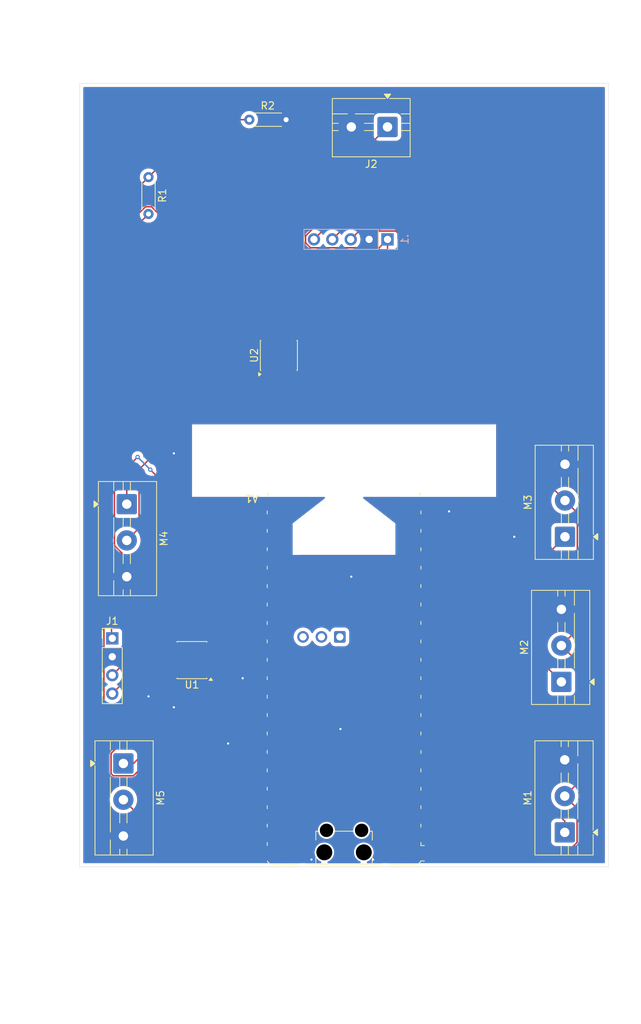
<source format=kicad_pcb>
(kicad_pcb (version 20241229) (generator "pcbnew") (generator_version "9.0")
  (layers (0 "F.Cu" signal) (2 "B.Cu" signal) (13 "F.Paste" user) (15 "B.Paste" user) (5 "F.SilkS" user "F.Silkscreen") (7 "B.SilkS" user "B.Silkscreen") (1 "F.Mask" user) (3 "B.Mask" user) (25 "Edge.Cuts" user))
  (net 0 "")
  (net 4 "GND")
  (net 5 "Net-(.1-Pin_3)")
  (net 6 "Net-(A1-GPIO17)")
  (net 8 "Net-(A1-GPIO20)")
  (net 10 "Net-(A1-GPIO4)")
  (net 13 "Net-(.1-Pin_6)")
  (net 15 "Net-(A1-GPIO19)")
  (net 18 "Net-(.1-Pin_8)")
  (net 21 "Net-(A1-GPIO18)")
  (net 23 "Net-(A1-GPIO16)")
  (net 24 "Net-(A1-GPIO5)")
  (net 26 "Net-(.1-Pin_4)")
  (net 27 "+5V")
  (net 28 "Net-(.1-Pin_5)")
  (net 31 "Net-(.1-Pin_7)")
  (net 35 "Net-(U1-RO)")
  (net 37 "Net-(J1-Pin_3)")
  (net 40 "Net-(J1-Pin_4)")
  (net 42 "Net-(J1-Pin_1)")
  (footprint "Connector_PinHeader_2.54mm:PinHeader_1x04_P2.54mm_Vertical" (layer "F.Cu") (at 213 131.5)
    (property "Reference" "J1" (at 0 -2.38 0) (layer "F.SilkS"))
    (property "Value" "7 in 1 soil sensor 12V")
    (pad "1" thru_hole rect (at 0 0) (size 1.7 1.7) (drill 1) (layers "*.Cu" "*.Mask") (net 42 "Net-(J1-Pin_1)"))
    (pad "2" thru_hole circle (at 0 2.54) (size 1.7 1.7) (drill 1) (layers "*.Cu" "*.Mask") (net 4 "GND"))
    (pad "3" thru_hole circle (at 0 5.08) (size 1.7 1.7) (drill 1) (layers "*.Cu" "*.Mask") (net 37 "Net-(J1-Pin_3)"))
    (pad "4" thru_hole circle (at 0 7.62) (size 1.7 1.7) (drill 1) (layers "*.Cu" "*.Mask") (net 40 "Net-(J1-Pin_4)"))
  )
  (footprint "Package_SO:SOIC-8_3.9x4.9mm_P1.27mm" (layer "F.Cu") (at 236 92.5 90)
    (property "Reference" "U2" (at 0 -3.4 90) (layer "F.SilkS"))
    (property "Value" "L78L05_SO8")
    (pad "1" smd roundrect (at -2.475 -1.905 90) (size 1.95 0.6) (layers "F.Cu" "F.Mask" "F.Paste") (net 27 "+5V"))
    (pad "2" smd roundrect (at -2.475 -0.635 90) (size 1.95 0.6) (layers "F.Cu" "F.Mask" "F.Paste") (net 4 "GND"))
    (pad "3" smd roundrect (at -2.475 0.635 90) (size 1.95 0.6) (layers "F.Cu" "F.Mask" "F.Paste") (net 4 "GND"))
    (pad "4" smd roundrect (at -2.475 1.905 90) (size 1.95 0.6) (layers "F.Cu" "F.Mask" "F.Paste"))
    (pad "5" smd roundrect (at 2.475 1.905 90) (size 1.95 0.6) (layers "F.Cu" "F.Mask" "F.Paste"))
    (pad "6" smd roundrect (at 2.475 0.635 90) (size 1.95 0.6) (layers "F.Cu" "F.Mask" "F.Paste") (net 4 "GND"))
    (pad "7" smd roundrect (at 2.475 -0.635 90) (size 1.95 0.6) (layers "F.Cu" "F.Mask" "F.Paste") (net 4 "GND"))
    (pad "8" smd roundrect (at 2.475 -1.905 90) (size 1.95 0.6) (layers "F.Cu" "F.Mask" "F.Paste") (net 42 "Net-(J1-Pin_1)"))
  )
  (footprint "Resistor_THT:R_Axial_DIN0204_L3.6mm_D1.6mm_P5.08mm_Horizontal" (layer "F.Cu") (at 218 67.92 -90)
    (property "Reference" "R1" (at 2.54 -1.92 90) (layer "F.SilkS"))
    (property "Value" "R")
    (pad "1" thru_hole circle (at 0 0 270) (size 1.4 1.4) (drill 0.7) (layers "*.Cu" "*.Mask") (net 24 "Net-(A1-GPIO5)"))
    (pad "2" thru_hole circle (at 5.08 0 270) (size 1.4 1.4) (drill 0.7) (layers "*.Cu" "*.Mask") (net 35 "Net-(U1-RO)"))
  )
  (footprint "TerminalBlock:TerminalBlock_MaiXu_MX126-5.0-03P_1x03_P5.00mm" (layer "F.Cu") (at 275.4675 158.25 90)
    (property "Reference" "M1" (at 4.75 -5.12 90) (layer "F.SilkS"))
    (property "Value" "Motor_Servo")
    (pad "1" thru_hole roundrect (at 0 0 90) (size 2.8 2.8) (drill 1.3) (layers "*.Cu" "*.Mask") (roundrect_rratio 0.089286) (net 15 "Net-(A1-GPIO19)"))
    (pad "2" thru_hole circle (at 5 0 90) (size 2.8 2.8) (drill 1.3) (layers "*.Cu" "*.Mask") (net 27 "+5V"))
    (pad "3" thru_hole circle (at 10 0 90) (size 2.8 2.8) (drill 1.3) (layers "*.Cu" "*.Mask") (net 4 "GND"))
  )
  (footprint "Module:RaspberryPi_Pico_W_SMD_HandSolder" (layer "F.Cu") (at 245 137 180)
    (property "Reference" "A1" (at 11.7475 24.765 180) (layer "F.SilkS") (effects (justify left)))
    (property "Value" "RaspberryPi_Pico_W")
    (pad "" smd rect (at -8.89 -24.13 180) (size 3.8 2.2) (drill (offset -0.8 0)) (layers "F.Paste"))
    (pad "" smd rect (at -8.89 -21.59 180) (size 3.8 2.2) (drill (offset -0.8 0)) (layers "F.Paste"))
    (pad "" smd rect (at -8.89 -19.05 180) (size 3.8 2.2) (drill (offset -0.8 0)) (layers "F.Paste"))
    (pad "" smd rect (at -8.89 -16.51 180) (size 3.8 2.2) (drill (offset -0.8 0)) (layers "F.Paste"))
    (pad "" smd rect (at -8.89 -13.97 180) (size 3.8 2.2) (drill (offset -0.8 0)) (layers "F.Paste"))
    (pad "" smd rect (at -8.89 -11.43 180) (size 3.8 2.2) (drill (offset -0.8 0)) (layers "F.Paste"))
    (pad "" smd rect (at -8.89 -8.89 180) (size 3.8 2.2) (drill (offset -0.8 0)) (layers "F.Paste"))
    (pad "" smd rect (at -8.89 -6.35 180) (size 3.8 2.2) (drill (offset -0.8 0)) (layers "F.Paste"))
    (pad "" smd rect (at -8.89 -3.81 180) (size 3.8 2.2) (drill (offset -0.8 0)) (layers "F.Paste"))
    (pad "" smd rect (at -8.89 -1.27 180) (size 3.8 2.2) (drill (offset -0.8 0)) (layers "F.Paste"))
    (pad "" smd rect (at -8.89 1.27 180) (size 3.8 2.2) (drill (offset -0.8 0)) (layers "F.Paste"))
    (pad "" smd rect (at -8.89 3.81 180) (size 3.8 2.2) (drill (offset -0.8 0)) (layers "F.Paste"))
    (pad "" smd rect (at -8.89 6.35 180) (size 3.8 2.2) (drill (offset -0.8 0)) (layers "F.Paste"))
    (pad "" smd rect (at -8.89 8.89 180) (size 3.8 2.2) (drill (offset -0.8 0)) (layers "F.Paste"))
    (pad "" smd rect (at -8.89 11.43 180) (size 3.8 2.2) (drill (offset -0.8 0)) (layers "F.Paste"))
    (pad "" smd rect (at -8.89 13.97 180) (size 3.8 2.2) (drill (offset -0.8 0)) (layers "F.Paste"))
    (pad "" smd rect (at -8.89 16.51 180) (size 3.8 2.2) (drill (offset -0.8 0)) (layers "F.Paste"))
    (pad "" smd rect (at -8.89 19.05 180) (size 3.8 2.2) (drill (offset -0.8 0)) (layers "F.Paste"))
    (pad "" smd rect (at -8.89 21.59 180) (size 3.8 2.2) (drill (offset -0.8 0)) (layers "F.Paste"))
    (pad "" smd rect (at -8.89 24.13 180) (size 3.8 2.2) (drill (offset -0.8 0)) (layers "F.Paste"))
    (pad "" np_thru_hole circle (at -2.725 -24 180) (size 2.2 2.2) (drill 2.2) (layers "*.Mask"))
    (pad "" np_thru_hole circle (at -2.425 -20.97 180) (size 1.85 1.85) (drill 1.85) (layers "*.Mask"))
    (pad "" np_thru_hole circle (at 2.425 -20.97 180) (size 1.85 1.85) (drill 1.85) (layers "*.Mask"))
    (pad "" np_thru_hole circle (at 2.725 -24 180) (size 2.2 2.2) (drill 2.2) (layers "*.Mask"))
    (pad "" smd rect (at 8.89 -24.13 180) (size 3.8 2.2) (drill (offset 0.8 0)) (layers "F.Paste"))
    (pad "" smd rect (at 8.89 -21.59 180) (size 3.8 2.2) (drill (offset 0.8 0)) (layers "F.Paste"))
    (pad "" smd rect (at 8.89 -19.05 180) (size 3.8 2.2) (drill (offset 0.8 0)) (layers "F.Paste"))
    (pad "" smd rect (at 8.89 -16.51 180) (size 3.8 2.2) (drill (offset 0.8 0)) (layers "F.Paste"))
    (pad "" smd rect (at 8.89 -13.97 180) (size 3.8 2.2) (drill (offset 0.8 0)) (layers "F.Paste"))
    (pad "" smd rect (at 8.89 -11.43 180) (size 3.8 2.2) (drill (offset 0.8 0)) (layers "F.Paste"))
    (pad "" smd rect (at 8.89 -8.89 180) (size 3.8 2.2) (drill (offset 0.8 0)) (layers "F.Paste"))
    (pad "" smd rect (at 8.89 -6.35 180) (size 3.8 2.2) (drill (offset 0.8 0)) (layers "F.Paste"))
    (pad "" smd rect (at 8.89 -3.81 180) (size 3.8 2.2) (drill (offset 0.8 0)) (layers "F.Paste"))
    (pad "" smd rect (at 8.89 -1.27 180) (size 3.8 2.2) (drill (offset 0.8 0)) (layers "F.Paste"))
    (pad "" smd rect (at 8.89 1.27 180) (size 3.8 2.2) (drill (offset 0.8 0)) (layers "F.Paste"))
    (pad "" smd rect (at 8.89 3.81 180) (size 3.8 2.2) (drill (offset 0.8 0)) (layers "F.Paste"))
    (pad "" smd rect (at 8.89 6.35 180) (size 3.8 2.2) (drill (offset 0.8 0)) (layers "F.Paste"))
    (pad "" smd rect (at 8.89 8.89 180) (size 3.8 2.2) (drill (offset 0.8 0)) (layers "F.Paste"))
    (pad "" smd rect (at 8.89 11.43 180) (size 3.8 2.2) (drill (offset 0.8 0)) (layers "F.Paste"))
    (pad "" smd rect (at 8.89 13.97 180) (size 3.8 2.2) (drill (offset 0.8 0)) (layers "F.Paste"))
    (pad "" smd rect (at 8.89 16.51 180) (size 3.8 2.2) (drill (offset 0.8 0)) (layers "F.Paste"))
    (pad "" smd rect (at 8.89 19.05 180) (size 3.8 2.2) (drill (offset 0.8 0)) (layers "F.Paste"))
    (pad "" smd rect (at 8.89 21.59 180) (size 3.8 2.2) (drill (offset 0.8 0)) (layers "F.Paste"))
    (pad "" smd rect (at 8.89 24.13 180) (size 3.8 2.2) (drill (offset 0.8 0)) (layers "F.Paste"))
    (pad "1" smd custom (at -9.69 -24.13 180) (size 1.6 0.8) (layers "F.Cu" "F.Mask") (options (clearance outline) (anchor rect)) (primitives (gr_circle (center 0.8 0) (end 1.6 0) (width 0) (fill yes)) (gr_poly (pts (xy -1.6 -0.6) (xy -1.6 0.6) (xy -1.4 0.8) (xy 0.8 0.8) (xy 0.8 -0.8) (xy -1.4 -0.8)) (width 0) (fill yes)) (gr_circle (center -1.4 -0.6) (end -1.2 -0.6) (width 0) (fill yes)) (gr_circle (center -1.4 0.6) (end -1.2 0.6) (width 0) (fill yes))))
    (pad "2" smd roundrect (at -9.69 -21.59 180) (size 3.2 1.6) (layers "F.Cu" "F.Mask") (roundrect_rratio 0.5))
    (pad "3" smd custom (at -9.69 -19.05 180) (size 1.6 0.8) (layers "F.Cu" "F.Mask") (net 4 "GND") (options (clearance outline) (anchor rect)) (primitives (gr_circle (center -0.8 0) (end 0 0) (width 0) (fill yes)) (gr_poly (pts (xy 1.6 -0.6) (xy 1.6 0.6) (xy 1.4 0.8) (xy -0.8 0.8) (xy -0.8 -0.8) (xy 1.4 -0.8)) (width 0) (fill yes)) (gr_circle (center 1.4 -0.6) (end 1.6 -0.6) (width 0) (fill yes)) (gr_circle (center 1.4 0.6) (end 1.6 0.6) (width 0) (fill yes))))
    (pad "4" smd roundrect (at -9.69 -16.51 180) (size 3.2 1.6) (layers "F.Cu" "F.Mask") (roundrect_rratio 0.5))
    (pad "5" smd roundrect (at -9.69 -13.97 180) (size 3.2 1.6) (layers "F.Cu" "F.Mask") (roundrect_rratio 0.5))
    (pad "6" smd roundrect (at -9.69 -11.43 180) (size 3.2 1.6) (layers "F.Cu" "F.Mask") (roundrect_rratio 0.5) (net 10 "Net-(A1-GPIO4)"))
    (pad "7" smd roundrect (at -9.69 -8.89 180) (size 3.2 1.6) (layers "F.Cu" "F.Mask") (roundrect_rratio 0.5) (net 24 "Net-(A1-GPIO5)"))
    (pad "8" smd custom (at -9.69 -6.35 180) (size 1.6 0.8) (layers "F.Cu" "F.Mask") (net 4 "GND") (options (clearance outline) (anchor rect)) (primitives (gr_circle (center -0.8 0) (end 0 0) (width 0) (fill yes)) (gr_poly (pts (xy 1.6 -0.6) (xy 1.6 0.6) (xy 1.4 0.8) (xy -0.8 0.8) (xy -0.8 -0.8) (xy 1.4 -0.8)) (width 0) (fill yes)) (gr_circle (center 1.4 -0.6) (end 1.6 -0.6) (width 0) (fill yes)) (gr_circle (center 1.4 0.6) (end 1.6 0.6) (width 0) (fill yes))))
    (pad "9" smd roundrect (at -9.69 -3.81 180) (size 3.2 1.6) (layers "F.Cu" "F.Mask") (roundrect_rratio 0.5))
    (pad "10" smd roundrect (at -9.69 -1.27 180) (size 3.2 1.6) (layers "F.Cu" "F.Mask") (roundrect_rratio 0.5))
    (pad "11" smd roundrect (at -9.69 1.27 180) (size 3.2 1.6) (layers "F.Cu" "F.Mask") (roundrect_rratio 0.5))
    (pad "12" smd roundrect (at -9.69 3.81 180) (size 3.2 1.6) (layers "F.Cu" "F.Mask") (roundrect_rratio 0.5))
    (pad "13" smd custom (at -9.69 6.35 180) (size 1.6 0.8) (layers "F.Cu" "F.Mask") (net 4 "GND") (options (clearance outline) (anchor rect)) (primitives (gr_circle (center -0.8 0) (end 0 0) (width 0) (fill yes)) (gr_poly (pts (xy 1.6 -0.6) (xy 1.6 0.6) (xy 1.4 0.8) (xy -0.8 0.8) (xy -0.8 -0.8) (xy 1.4 -0.8)) (width 0) (fill yes)) (gr_circle (center 1.4 -0.6) (end 1.6 -0.6) (width 0) (fill yes)) (gr_circle (center 1.4 0.6) (end 1.6 0.6) (width 0) (fill yes))))
    (pad "14" smd roundrect (at -9.69 8.89 180) (size 3.2 1.6) (layers "F.Cu" "F.Mask") (roundrect_rratio 0.5) (net 18 "Net-(.1-Pin_8)"))
    (pad "15" smd roundrect (at -9.69 11.43 180) (size 3.2 1.6) (layers "F.Cu" "F.Mask") (roundrect_rratio 0.5) (net 31 "Net-(.1-Pin_7)"))
    (pad "16" smd roundrect (at -9.69 13.97 180) (size 3.2 1.6) (layers "F.Cu" "F.Mask") (roundrect_rratio 0.5) (net 13 "Net-(.1-Pin_6)"))
    (pad "17" smd roundrect (at -9.69 16.51 180) (size 3.2 1.6) (layers "F.Cu" "F.Mask") (roundrect_rratio 0.5) (net 28 "Net-(.1-Pin_5)"))
    (pad "18" smd custom (at -9.69 19.05 180) (size 1.6 0.8) (layers "F.Cu" "F.Mask") (net 4 "GND") (options (clearance outline) (anchor rect)) (primitives (gr_circle (center -0.8 0) (end 0 0) (width 0) (fill yes)) (gr_poly (pts (xy 1.6 -0.6) (xy 1.6 0.6) (xy 1.4 0.8) (xy -0.8 0.8) (xy -0.8 -0.8) (xy 1.4 -0.8)) (width 0) (fill yes)) (gr_circle (center 1.4 -0.6) (end 1.6 -0.6) (width 0) (fill yes)) (gr_circle (center 1.4 0.6) (end 1.6 0.6) (width 0) (fill yes))))
    (pad "19" smd roundrect (at -9.69 21.59 180) (size 3.2 1.6) (layers "F.Cu" "F.Mask") (roundrect_rratio 0.5) (net 26 "Net-(.1-Pin_4)"))
    (pad "20" smd roundrect (at -9.69 24.13 180) (size 3.2 1.6) (layers "F.Cu" "F.Mask") (roundrect_rratio 0.5) (net 5 "Net-(.1-Pin_3)"))
    (pad "21" smd roundrect (at 9.69 24.13 180) (size 3.2 1.6) (layers "F.Cu" "F.Mask") (roundrect_rratio 0.5) (net 23 "Net-(A1-GPIO16)"))
    (pad "22" smd roundrect (at 9.69 21.59 180) (size 3.2 1.6) (layers "F.Cu" "F.Mask") (roundrect_rratio 0.5) (net 6 "Net-(A1-GPIO17)"))
    (pad "23" smd custom (at 9.69 19.05 180) (size 1.6 0.8) (layers "F.Cu" "F.Mask") (net 4 "GND") (options (clearance outline) (anchor rect)) (primitives (gr_circle (center 0.8 0) (end 1.6 0) (width 0) (fill yes)) (gr_poly (pts (xy -1.6 -0.6) (xy -1.6 0.6) (xy -1.4 0.8) (xy 0.8 0.8) (xy 0.8 -0.8) (xy -1.4 -0.8)) (width 0) (fill yes)) (gr_circle (center -1.4 -0.6) (end -1.2 -0.6) (width 0) (fill yes)) (gr_circle (center -1.4 0.6) (end -1.2 0.6) (width 0) (fill yes))))
    (pad "24" smd roundrect (at 9.69 16.51 180) (size 3.2 1.6) (layers "F.Cu" "F.Mask") (roundrect_rratio 0.5) (net 21 "Net-(A1-GPIO18)"))
    (pad "25" smd roundrect (at 9.69 13.97 180) (size 3.2 1.6) (layers "F.Cu" "F.Mask") (roundrect_rratio 0.5) (net 15 "Net-(A1-GPIO19)"))
    (pad "26" smd roundrect (at 9.69 11.43 180) (size 3.2 1.6) (layers "F.Cu" "F.Mask") (roundrect_rratio 0.5) (net 8 "Net-(A1-GPIO20)"))
    (pad "27" smd roundrect (at 9.69 8.89 180) (size 3.2 1.6) (layers "F.Cu" "F.Mask") (roundrect_rratio 0.5))
    (pad "28" smd custom (at 9.69 6.35 180) (size 1.6 0.8) (layers "F.Cu" "F.Mask") (net 4 "GND") (options (clearance outline) (anchor rect)) (primitives (gr_circle (center 0.8 0) (end 1.6 0) (width 0) (fill yes)) (gr_poly (pts (xy -1.6 -0.6) (xy -1.6 0.6) (xy -1.4 0.8) (xy 0.8 0.8) (xy 0.8 -0.8) (xy -1.4 -0.8)) (width 0) (fill yes)) (gr_circle (center -1.4 -0.6) (end -1.2 -0.6) (width 0) (fill yes)) (gr_circle (center -1.4 0.6) (end -1.2 0.6) (width 0) (fill yes))))
    (pad "29" smd roundrect (at 9.69 3.81 180) (size 3.2 1.6) (layers "F.Cu" "F.Mask") (roundrect_rratio 0.5))
    (pad "30" smd roundrect (at 9.69 1.27 180) (size 3.2 1.6) (layers "F.Cu" "F.Mask") (roundrect_rratio 0.5))
    (pad "31" smd roundrect (at 9.69 -1.27 180) (size 3.2 1.6) (layers "F.Cu" "F.Mask") (roundrect_rratio 0.5))
    (pad "32" smd roundrect (at 9.69 -3.81 180) (size 3.2 1.6) (layers "F.Cu" "F.Mask") (roundrect_rratio 0.5))
    (pad "33" smd custom (at 9.69 -6.35 180) (size 1.6 0.8) (layers "F.Cu" "F.Mask") (options (clearance outline) (anchor rect)) (primitives (gr_circle (center 0.8 0) (end 1.6 0) (width 0) (fill yes)) (gr_poly (pts (xy -1.6 -0.6) (xy -1.6 0.6) (xy -1.4 0.8) (xy 0.8 0.8) (xy 0.8 -0.8) (xy -1.4 -0.8)) (width 0) (fill yes)) (gr_circle (center -1.4 -0.6) (end -1.2 -0.6) (width 0) (fill yes)) (gr_circle (center -1.4 0.6) (end -1.2 0.6) (width 0) (fill yes))))
    (pad "34" smd roundrect (at 9.69 -8.89 180) (size 3.2 1.6) (layers "F.Cu" "F.Mask") (roundrect_rratio 0.5))
    (pad "35" smd roundrect (at 9.69 -11.43 180) (size 3.2 1.6) (layers "F.Cu" "F.Mask") (roundrect_rratio 0.5))
    (pad "36" smd roundrect (at 9.69 -13.97 180) (size 3.2 1.6) (layers "F.Cu" "F.Mask") (roundrect_rratio 0.5))
    (pad "37" smd roundrect (at 9.69 -16.51 180) (size 3.2 1.6) (layers "F.Cu" "F.Mask") (roundrect_rratio 0.5))
    (pad "38" smd custom (at 9.69 -19.05 180) (size 1.6 0.8) (layers "F.Cu" "F.Mask") (net 4 "GND") (options (clearance outline) (anchor rect)) (primitives (gr_circle (center 0.8 0) (end 1.6 0) (width 0) (fill yes)) (gr_poly (pts (xy -1.6 -0.6) (xy -1.6 0.6) (xy -1.4 0.8) (xy 0.8 0.8) (xy 0.8 -0.8) (xy -1.4 -0.8)) (width 0) (fill yes)) (gr_circle (center -1.4 -0.6) (end -1.2 -0.6) (width 0) (fill yes)) (gr_circle (center -1.4 0.6) (end -1.2 0.6) (width 0) (fill yes))))
    (pad "39" smd roundrect (at 9.69 -21.59 180) (size 3.2 1.6) (layers "F.Cu" "F.Mask") (roundrect_rratio 0.5) (net 27 "+5V"))
    (pad "40" smd roundrect (at 9.69 -24.13 180) (size 3.2 1.6) (layers "F.Cu" "F.Mask") (roundrect_rratio 0.5))
    (pad "D1" thru_hole roundrect (at 0.5841 5.7 180) (size 1.6 1.6) (drill 1) (layers "*.Cu" "*.Mask") (roundrect_rratio 0.125))
    (pad "D2" thru_hole circle (at 3.1241 5.7 180) (size 1.6 1.6) (drill 1) (layers "*.Cu" "*.Mask"))
    (pad "D3" thru_hole circle (at 5.6641 5.7 180) (size 1.6 1.6) (drill 1) (layers "*.Cu" "*.Mask"))
    (zone (net 0) (net_name "") (layers "F.Cu" "B.Cu" "F.Paste" "B.Paste") (name "RF Copper Keep Out") (connect_pads (clearance 0)) (min_thickness 0.254)
      (keepout (tracks not_allowed) (vias not_allowed) (pads not_allowed) (copperpour not_allowed) (footprints not_allowed))
      (fill (thermal_gap 0.508) (thermal_bridge_width 0.508))
      (polygon (pts (xy 266 112) (xy 224 112) (xy 224 102) (xy 266 102)))
    )
    (zone (net 0) (net_name "") (layers "F.Cu" "B.Cu" "F.Paste" "B.Paste") (name "Antenna Copper Keep Out") (connect_pads (clearance 0)) (min_thickness 0.254)
      (keepout (tracks not_allowed) (vias not_allowed) (pads not_allowed) (copperpour not_allowed) (footprints not_allowed))
      (fill (thermal_gap 0.508) (thermal_bridge_width 0.508))
      (polygon (pts (xy 247.4 112.010105) (xy 252.1 115.660105) (xy 252.1 120) (xy 237.9 120) (xy 237.9 115.660105) (xy 242.6 112.010105) (xy 242.6 112) (xy 247.4 112)))
    )
    (zone (net 0) (net_name "") (layers "F.Cu" "F.Paste") (name "Pad Keep Out TP2") (connect_pads (clearance 0)) (min_thickness 0.25)
      (keepout (tracks not_allowed) (vias not_allowed) (pads not_allowed) (copperpour not_allowed) (footprints allowed))
      (fill (thermal_gap 0.5) (thermal_bridge_width 0.5))
      (polygon (pts (xy 244 160.335) (xy 243.55 160.335) (xy 243.484455 160.337139) (xy 243.357833 160.371067) (xy 243.244306 160.436612) (xy 243.151612 160.529306) (xy 243.086067 160.642833) (xy 243.052139 160.769455) (xy 243.05 160.835) (xy 243.05 161.735) (xy 243.052139 161.800545) (xy 243.086067 161.927167) (xy 243.151612 162.040694) (xy 243.244306 162.133388) (xy 243.357833 162.198933) (xy 243.484455 162.232861) (xy 243.55 162.235) (xy 244 162.235)))
    )
    (zone (net 0) (net_name "") (layers "F.Cu" "F.Paste") (name "Pad Keep Out TP2") (connect_pads (clearance 0)) (min_thickness 0.25)
      (keepout (tracks not_allowed) (vias not_allowed) (pads not_allowed) (copperpour not_allowed) (footprints allowed))
      (fill (thermal_gap 0.5) (thermal_bridge_width 0.5))
      (polygon (pts (xy 244.947861 161.800545) (xy 244.913932 161.927167) (xy 244.848388 162.040694) (xy 244.755694 162.133388) (xy 244.642167 162.198932) (xy 244.515545 162.232861) (xy 244.45 162.235) (xy 244 162.235) (xy 244 160.335) (xy 244.45 160.335) (xy 244.515545 160.337139) (xy 244.642167 160.371068) (xy 244.755694 160.436612) (xy 244.848388 160.529306) (xy 244.913932 160.642833) (xy 244.947861 160.769455) (xy 244.95 160.835) (xy 244.95 161.735)))
    )
    (zone (net 0) (net_name "") (layers "F.Cu" "F.Paste") (name "Pad Keep Out TP1") (connect_pads (clearance 0)) (min_thickness 0.25)
      (keepout (tracks not_allowed) (vias not_allowed) (pads not_allowed) (copperpour not_allowed) (footprints allowed))
      (fill (thermal_gap 0.5) (thermal_bridge_width 0.5))
      (polygon (pts (xy 245 157.05) (xy 244.55 157.05) (xy 244.484455 157.052139) (xy 244.357833 157.086067) (xy 244.244306 157.151612) (xy 244.151612 157.244306) (xy 244.086067 157.357833) (xy 244.052139 157.484455) (xy 244.05 157.55) (xy 244.05 158.45) (xy 244.052139 158.515545) (xy 244.086067 158.642167) (xy 244.151612 158.755694) (xy 244.244306 158.848388) (xy 244.357833 158.913933) (xy 244.484455 158.947861) (xy 244.55 158.95) (xy 245 158.95)))
    )
    (zone (net 0) (net_name "") (layers "F.Cu" "F.Paste") (name "Pad Keep Out TP1") (connect_pads (clearance 0)) (min_thickness 0.25)
      (keepout (tracks not_allowed) (vias not_allowed) (pads not_allowed) (copperpour not_allowed) (footprints allowed))
      (fill (thermal_gap 0.5) (thermal_bridge_width 0.5))
      (polygon (pts (xy 245.947861 158.515545) (xy 245.913932 158.642167) (xy 245.848388 158.755694) (xy 245.755694 158.848388) (xy 245.642167 158.913932) (xy 245.515545 158.947861) (xy 245.45 158.95) (xy 245 158.95) (xy 245 157.05) (xy 245.45 157.05) (xy 245.515545 157.052139) (xy 245.642167 157.086068) (xy 245.755694 157.151612) (xy 245.848388 157.244306) (xy 245.913932 157.357833) (xy 245.947861 157.484455) (xy 245.95 157.55) (xy 245.95 158.45)))
    )
    (zone (net 0) (net_name "") (layers "F.Cu" "F.Paste") (name "Pad Keep Out TP3") (connect_pads (clearance 0)) (min_thickness 0.25)
      (keepout (tracks not_allowed) (vias not_allowed) (pads not_allowed) (copperpour not_allowed) (footprints allowed))
      (fill (thermal_gap 0.5) (thermal_bridge_width 0.5))
      (polygon (pts (xy 246 160.35) (xy 245.55 160.35) (xy 245.484455 160.352139) (xy 245.357833 160.386067) (xy 245.244306 160.451612) (xy 245.151612 160.544306) (xy 245.086067 160.657833) (xy 245.052139 160.784455) (xy 245.05 160.85) (xy 245.05 161.75) (xy 245.052139 161.815545) (xy 245.086067 161.942167) (xy 245.151612 162.055694) (xy 245.244306 162.148388) (xy 245.357833 162.213933) (xy 245.484455 162.247861) (xy 245.55 162.25) (xy 246 162.25)))
    )
    (zone (net 0) (net_name "") (layers "F.Cu" "F.Paste") (name "Pad Keep Out TP4") (connect_pads (clearance 0)) (min_thickness 0.25)
      (keepout (tracks not_allowed) (vias not_allowed) (pads not_allowed) (copperpour not_allowed) (footprints allowed))
      (fill (thermal_gap 0.5) (thermal_bridge_width 0.5))
      (polygon (pts (xy 246.55 151.25) (xy 246.55 154.95) (xy 246.552139 155.015545) (xy 246.586067 155.142167) (xy 246.651612 155.255694) (xy 246.744306 155.348388) (xy 246.857833 155.413933) (xy 246.984455 155.447861) (xy 247.05 155.45) (xy 247.95 155.45) (xy 248.015545 155.447861) (xy 248.142167 155.413933) (xy 248.255694 155.348388) (xy 248.348388 155.255694) (xy 248.413933 155.142167) (xy 248.447861 155.015545) (xy 248.45 154.95) (xy 248.45 151.25)))
    )
    (zone (net 0) (net_name "") (layers "F.Cu" "F.Paste") (name "Pad Keep Out TP3") (connect_pads (clearance 0)) (min_thickness 0.25)
      (keepout (tracks not_allowed) (vias not_allowed) (pads not_allowed) (copperpour not_allowed) (footprints allowed))
      (fill (thermal_gap 0.5) (thermal_bridge_width 0.5))
      (polygon (pts (xy 246.947861 161.815545) (xy 246.913932 161.942167) (xy 246.848388 162.055694) (xy 246.755694 162.148388) (xy 246.642167 162.213932) (xy 246.515545 162.247861) (xy 246.45 162.25) (xy 246 162.25) (xy 246 160.35) (xy 246.45 160.35) (xy 246.515545 160.352139) (xy 246.642167 160.386068) (xy 246.755694 160.451612) (xy 246.848388 160.544306) (xy 246.913932 160.657833) (xy 246.947861 160.784455) (xy 246.95 160.85) (xy 246.95 161.75)))
    )
    (zone (net 0) (net_name "") (layers "F.Cu" "F.Paste") (name "Pad Keep Out TP6") (connect_pads (clearance 0)) (min_thickness 0.25)
      (keepout (tracks not_allowed) (vias not_allowed) (pads not_allowed) (copperpour not_allowed) (footprints allowed))
      (fill (thermal_gap 0.5) (thermal_bridge_width 0.5))
      (polygon (pts (xy 248.015545 147.052139) (xy 248.142167 147.086068) (xy 248.255694 147.151612) (xy 248.348388 147.244306) (xy 248.413932 147.357833) (xy 248.447861 147.484455) (xy 248.45 147.55) (xy 248.45 151.25) (xy 246.55 151.25) (xy 246.55 147.55) (xy 246.552139 147.484455) (xy 246.586068 147.357833) (xy 246.651612 147.244306) (xy 246.744306 147.151612) (xy 246.857833 147.086068) (xy 246.984455 147.052139) (xy 247.05 147.05) (xy 247.95 147.05)))
    )
  )
  (footprint "Resistor_THT:R_Axial_DIN0204_L3.6mm_D1.6mm_P5.08mm_Horizontal" (layer "F.Cu") (at 231.92 60)
    (property "Reference" "R2" (at 2.54 -1.92 0) (layer "F.SilkS"))
    (property "Value" "R")
    (pad "1" thru_hole circle (at 0 0) (size 1.4 1.4) (drill 0.7) (layers "*.Cu" "*.Mask") (net 24 "Net-(A1-GPIO5)"))
    (pad "2" thru_hole circle (at 5.08 0) (size 1.4 1.4) (drill 0.7) (layers "*.Cu" "*.Mask") (net 4 "GND"))
  )
  (footprint "TerminalBlock:TerminalBlock_MaiXu_MX126-5.0-02P_1x02_P5.00mm" (layer "F.Cu") (at 251 61 180)
    (property "Reference" "J2" (at 2.25 -5.12 0) (layer "F.SilkS"))
    (property "Value" "Conn_01x02_Socket")
    (pad "1" thru_hole roundrect (at 0 0 180) (size 2.8 2.8) (drill 1.3) (layers "*.Cu" "*.Mask") (roundrect_rratio 0.089286) (net 42 "Net-(J1-Pin_1)"))
    (pad "2" thru_hole circle (at 5 0 180) (size 2.8 2.8) (drill 1.3) (layers "*.Cu" "*.Mask") (net 4 "GND"))
  )
  (footprint "TerminalBlock:TerminalBlock_MaiXu_MX126-5.0-03P_1x03_P5.00mm" (layer "F.Cu") (at 214.5325 148.75 -90)
    (property "Reference" "M5" (at 4.75 -5.12 90) (layer "F.SilkS"))
    (property "Value" "Motor_Servo")
    (pad "1" thru_hole roundrect (at 0 0 270) (size 2.8 2.8) (drill 1.3) (layers "*.Cu" "*.Mask") (roundrect_rratio 0.089286) (net 21 "Net-(A1-GPIO18)"))
    (pad "2" thru_hole circle (at 5 0 270) (size 2.8 2.8) (drill 1.3) (layers "*.Cu" "*.Mask") (net 27 "+5V"))
    (pad "3" thru_hole circle (at 10 0 270) (size 2.8 2.8) (drill 1.3) (layers "*.Cu" "*.Mask") (net 4 "GND"))
  )
  (footprint "TerminalBlock:TerminalBlock_MaiXu_MX126-5.0-03P_1x03_P5.00mm" (layer "F.Cu") (at 275.5 117.5 90)
    (property "Reference" "M3" (at 4.75 -5.12 90) (layer "F.SilkS"))
    (property "Value" "Motor_Servo")
    (pad "1" thru_hole roundrect (at 0 0 90) (size 2.8 2.8) (drill 1.3) (layers "*.Cu" "*.Mask") (roundrect_rratio 0.089286) (net 23 "Net-(A1-GPIO16)"))
    (pad "2" thru_hole circle (at 5 0 90) (size 2.8 2.8) (drill 1.3) (layers "*.Cu" "*.Mask") (net 27 "+5V"))
    (pad "3" thru_hole circle (at 10 0 90) (size 2.8 2.8) (drill 1.3) (layers "*.Cu" "*.Mask") (net 4 "GND"))
  )
  (footprint "TerminalBlock:TerminalBlock_MaiXu_MX126-5.0-03P_1x03_P5.00mm" (layer "F.Cu") (at 215 113 -90)
    (property "Reference" "M4" (at 4.75 -5.12 90) (layer "F.SilkS"))
    (property "Value" "Motor_Servo")
    (pad "1" thru_hole roundrect (at 0 0 270) (size 2.8 2.8) (drill 1.3) (layers "*.Cu" "*.Mask") (roundrect_rratio 0.089286) (net 6 "Net-(A1-GPIO17)"))
    (pad "2" thru_hole circle (at 5 0 270) (size 2.8 2.8) (drill 1.3) (layers "*.Cu" "*.Mask") (net 27 "+5V"))
    (pad "3" thru_hole circle (at 10 0 270) (size 2.8 2.8) (drill 1.3) (layers "*.Cu" "*.Mask") (net 4 "GND"))
  )
  (footprint "TerminalBlock:TerminalBlock_MaiXu_MX126-5.0-03P_1x03_P5.00mm" (layer "F.Cu") (at 275 137.5 90)
    (property "Reference" "M2" (at 4.75 -5.12 90) (layer "F.SilkS"))
    (property "Value" "Motor_Servo")
    (pad "1" thru_hole roundrect (at 0 0 90) (size 2.8 2.8) (drill 1.3) (layers "*.Cu" "*.Mask") (roundrect_rratio 0.089286) (net 8 "Net-(A1-GPIO20)"))
    (pad "2" thru_hole circle (at 5 0 90) (size 2.8 2.8) (drill 1.3) (layers "*.Cu" "*.Mask") (net 27 "+5V"))
    (pad "3" thru_hole circle (at 10 0 90) (size 2.8 2.8) (drill 1.3) (layers "*.Cu" "*.Mask") (net 4 "GND"))
  )
  (footprint "Package_SO:SOIC-8_3.9x4.9mm_P1.27mm" (layer "F.Cu") (at 224 134.5 180)
    (property "Reference" "U1" (at 0 -3.4 0) (layer "F.SilkS"))
    (property "Value" "MAX485E")
    (pad "1" smd roundrect (at -2.475 -1.905 180) (size 1.95 0.6) (layers "F.Cu" "F.Mask" "F.Paste") (net 35 "Net-(U1-RO)"))
    (pad "2" smd roundrect (at -2.475 -0.635 180) (size 1.95 0.6) (layers "F.Cu" "F.Mask" "F.Paste") (net 10 "Net-(A1-GPIO4)"))
    (pad "3" smd roundrect (at -2.475 0.635 180) (size 1.95 0.6) (layers "F.Cu" "F.Mask" "F.Paste") (net 10 "Net-(A1-GPIO4)"))
    (pad "4" smd roundrect (at -2.475 1.905 180) (size 1.95 0.6) (layers "F.Cu" "F.Mask" "F.Paste"))
    (pad "5" smd roundrect (at 2.475 1.905 180) (size 1.95 0.6) (layers "F.Cu" "F.Mask" "F.Paste"))
    (pad "6" smd roundrect (at 2.475 0.635 180) (size 1.95 0.6) (layers "F.Cu" "F.Mask" "F.Paste") (net 37 "Net-(J1-Pin_3)"))
    (pad "7" smd roundrect (at 2.475 -0.635 180) (size 1.95 0.6) (layers "F.Cu" "F.Mask" "F.Paste") (net 40 "Net-(J1-Pin_4)"))
    (pad "8" smd roundrect (at 2.475 -1.905 180) (size 1.95 0.6) (layers "F.Cu" "F.Mask" "F.Paste"))
  )
  (footprint "Connector_PinHeader_2.54mm:PinHeader_1x05_P2.54mm_Vertical" (layer "B.Cu") (at 251 76.5 90)
    (property "Reference" ".1" (at 0 2.38 90) (layer "B.SilkS") (effects (justify mirror)))
    (property "Value" "TFT module with 5 pins")
    (pad "1" thru_hole rect (at 0 0 90) (size 1.7 1.7) (drill 1) (layers "*.Cu" "*.Mask") (net 27 "+5V"))
    (pad "2" thru_hole circle (at 0 -2.54 90) (size 1.7 1.7) (drill 1) (layers "*.Cu" "*.Mask") (net 4 "GND"))
    (pad "3" thru_hole circle (at 0 -5.08 90) (size 1.7 1.7) (drill 1) (layers "*.Cu" "*.Mask") (net 5 "Net-(.1-Pin_3)"))
    (pad "4" thru_hole circle (at 0 -7.62 90) (size 1.7 1.7) (drill 1) (layers "*.Cu" "*.Mask") (net 26 "Net-(.1-Pin_4)"))
    (pad "5" thru_hole circle (at 0 -10.16 90) (size 1.7 1.7) (drill 1) (layers "*.Cu" "*.Mask") (net 28 "Net-(.1-Pin_5)"))
  )
  (gr_rect (start 208.5 55) (end 281.5 163) (stroke (width 0.05)) (fill no) (layer "Edge.Cuts"))
  (via (at 242.5 161) (size 0.6) (drill 0.3) (layers "F.Cu" "B.Cu") (net 0))
  (via (at 259.5 114) (size 0.6) (drill 0.3) (layers "F.Cu" "B.Cu") (net 4))
  (via (at 246 123) (size 0.6) (drill 0.3) (layers "F.Cu" "B.Cu") (net 4))
  (via (at 244.5 144) (size 0.6) (drill 0.3) (layers "F.Cu" "B.Cu") (net 4))
  (via (at 229 146) (size 0.6) (drill 0.3) (layers "F.Cu" "B.Cu") (net 4))
  (via (at 240.5 162) (size 0.6) (drill 0.3) (layers "F.Cu" "B.Cu") (net 4))
  (via (at 231 137) (size 0.6) (drill 0.3) (layers "F.Cu" "B.Cu") (net 4))
  (via (at 268.5 117.5) (size 0.6) (drill 0.3) (layers "F.Cu" "B.Cu") (net 4))
  (via (at 221.5 106) (size 0.6) (drill 0.3) (layers "F.Cu" "B.Cu") (net 4))
  (via (at 218 139.5) (size 0.6) (drill 0.3) (layers "F.Cu" "B.Cu") (net 4))
  (via (at 221.5 141) (size 0.6) (drill 0.3) (layers "F.Cu" "B.Cu") (net 4))
  (via (at 249 162) (size 0.6) (drill 0.3) (layers "F.Cu" "B.Cu") (net 4))
  (segment (start 252.151 75.349) (end 266.101 89.299) (width 0.2) (layer "F.Cu") (net 5))
  (segment (start 245.92 76.5) (end 247.071 75.349) (width 0.2) (layer "F.Cu") (net 5))
  (segment (start 266.101 89.299) (end 266.101 112.041836) (width 0.2) (layer "F.Cu") (net 5))
  (segment (start 265.272836 112.87) (end 254.69 112.87) (width 0.2) (layer "F.Cu") (net 5))
  (segment (start 266.101 112.041836) (end 265.272836 112.87) (width 0.2) (layer "F.Cu") (net 5))
  (segment (start 247.071 75.349) (end 252.151 75.349) (width 0.2) (layer "F.Cu") (net 5))
  (segment (start 225.41 115.41) (end 235.31 115.41) (width 0.2) (layer "F.Cu") (net 6))
  (segment (start 215 113) (end 215 108) (width 0.2) (layer "F.Cu") (net 6))
  (segment (start 218.25 108.25) (end 225.41 115.41) (width 0.2) (layer "F.Cu") (net 6))
  (segment (start 215 108) (end 216.5 106.5) (width 0.2) (layer "F.Cu") (net 6))
  (via (at 218.25 108.25) (size 0.6) (drill 0.3) (layers "F.Cu" "B.Cu") (net 6))
  (via (at 216.5 106.5) (size 0.6) (drill 0.3) (layers "F.Cu" "B.Cu") (net 6))
  (segment (start 218.5 108.5) (end 218.25 108.25) (width 0.2) (layer "B.Cu") (net 6))
  (segment (start 216.5 106.5) (end 218.5 108.5) (width 0.2) (layer "B.Cu") (net 6))
  (segment (start 236.411 124.469) (end 235.31 125.57) (width 0.2) (layer "F.Cu") (net 8))
  (segment (start 275 137.5) (end 261.969 124.469) (width 0.2) (layer "F.Cu") (net 8))
  (segment (start 261.969 124.469) (end 236.411 124.469) (width 0.2) (layer "F.Cu") (net 8))
  (segment (start 212.8315 150.13516) (end 212.8315 147.36484) (width 0.2) (layer "F.Cu") (net 10))
  (segment (start 226.65966 139.709) (end 215.91766 150.451) (width 0.2) (layer "F.Cu") (net 10))
  (segment (start 226.33134 133.865) (end 226.475 133.865) (width 0.2) (layer "F.Cu") (net 10))
  (segment (start 213.14734 150.451) (end 212.8315 150.13516) (width 0.2) (layer "F.Cu") (net 10))
  (segment (start 212.8315 147.36484) (end 226.33134 133.865) (width 0.2) (layer "F.Cu") (net 10))
  (segment (start 245.969 139.709) (end 226.65966 139.709) (width 0.2) (layer "F.Cu") (net 10))
  (segment (start 215.91766 150.451) (end 213.14734 150.451) (width 0.2) (layer "F.Cu") (net 10))
  (segment (start 254.69 148.43) (end 245.969 139.709) (width 0.2) (layer "F.Cu") (net 10))
  (segment (start 226.475 133.865) (end 226.475 135.135) (width 0.2) (layer "F.Cu") (net 10))
  (segment (start 242.801 126.671) (end 234.05395 126.671) (width 0.2) (layer "F.Cu") (net 15))
  (segment (start 233.409 124.931) (end 235.31 123.03) (width 0.2) (layer "F.Cu") (net 15))
  (segment (start 275.4675 158.25) (end 275.4675 156.69045) (width 0.2) (layer "F.Cu") (net 15))
  (segment (start 253.13 137) (end 242.801 126.671) (width 0.2) (layer "F.Cu") (net 15))
  (segment (start 255.77705 137) (end 253.13 137) (width 0.2) (layer "F.Cu") (net 15))
  (segment (start 275.4675 156.69045) (end 255.77705 137) (width 0.2) (layer "F.Cu") (net 15))
  (segment (start 233.409 126.02605) (end 233.409 124.931) (width 0.2) (layer "F.Cu") (net 15))
  (segment (start 234.05395 126.671) (end 233.409 126.02605) (width 0.2) (layer "F.Cu") (net 15))
  (segment (start 233.008 122.792) (end 235.31 120.49) (width 0.2) (layer "F.Cu") (net 21))
  (segment (start 214.5325 148.75) (end 215.932499 148.75) (width 0.2) (layer "F.Cu") (net 21))
  (segment (start 233.008 131.674499) (end 233.008 122.792) (width 0.2) (layer "F.Cu") (net 21))
  (segment (start 215.932499 148.75) (end 233.008 131.674499) (width 0.2) (layer "F.Cu") (net 21))
  (segment (start 237.799 120.041836) (end 237.799 115.359) (width 0.2) (layer "F.Cu") (net 23))
  (segment (start 237.799 115.359) (end 235.31 112.87) (width 0.2) (layer "F.Cu") (net 23))
  (segment (start 239.348164 121.591) (end 237.799 120.041836) (width 0.2) (layer "F.Cu") (net 23))
  (segment (start 275.5 117.5) (end 271.409 121.591) (width 0.2) (layer "F.Cu") (net 23))
  (segment (start 271.409 121.591) (end 239.348164 121.591) (width 0.2) (layer "F.Cu") (net 23))
  (segment (start 256.591 147.791) (end 256.591 149.409) (width 0.2) (layer "F.Cu") (net 24))
  (segment (start 211.849 74.071) (end 218 67.92) (width 0.2) (layer "F.Cu") (net 24))
  (segment (start 251.115918 149.869) (end 248.195918 146.949) (width 0.2) (layer "F.Cu") (net 24))
  (segment (start 248.195918 146.949) (end 239.48605 146.949) (width 0.2) (layer "F.Cu") (net 24))
  (segment (start 236.56605 149.869) (end 234.05395 149.869) (width 0.2) (layer "F.Cu") (net 24))
  (segment (start 239.48605 146.949) (end 236.56605 149.869) (width 0.2) (layer "F.Cu") (net 24))
  (segment (start 233.07095 150.852) (end 211.953 150.852) (width 0.2) (layer "F.Cu") (net 24))
  (segment (start 256.131 149.869) (end 251.115918 149.869) (width 0.2) (layer "F.Cu") (net 24))
  (segment (start 256.591 149.409) (end 256.131 149.869) (width 0.2) (layer "F.Cu") (net 24))
  (segment (start 231.92 60) (end 225.92 60) (width 0.2) (layer "F.Cu") (net 24))
  (segment (start 254.69 145.89) (end 256.591 147.791) (width 0.2) (layer "F.Cu") (net 24))
  (segment (start 225.92 60) (end 218 67.92) (width 0.2) (layer "F.Cu") (net 24))
  (segment (start 234.05395 149.869) (end 233.07095 150.852) (width 0.2) (layer "F.Cu") (net 24))
  (segment (start 211.849 150.748) (end 211.849 74.071) (width 0.2) (layer "F.Cu") (net 24))
  (segment (start 211.953 150.852) (end 211.849 150.748) (width 0.2) (layer "F.Cu") (net 24))
  (segment (start 266.502 112.207936) (end 263.299936 115.41) (width 0.2) (layer "F.Cu") (net 26))
  (segment (start 244.932 74.948) (end 252.3171 74.948) (width 0.2) (layer "F.Cu") (net 26))
  (segment (start 252.3171 74.948) (end 266.502 89.1329) (width 0.2) (layer "F.Cu") (net 26))
  (segment (start 266.502 89.1329) (end 266.502 112.207936) (width 0.2) (layer "F.Cu") (net 26))
  (segment (start 243.38 76.5) (end 244.932 74.948) (width 0.2) (layer "F.Cu") (net 26))
  (segment (start 263.299936 115.41) (end 254.69 115.41) (width 0.2) (layer "F.Cu") (net 26))
  (segment (start 274.40466 162.399) (end 251.176024 162.399) (width 0.2) (layer "F.Cu") (net 27))
  (segment (start 277.1685 154.951) (end 277.1685 159.63516) (width 0.2) (layer "F.Cu") (net 27))
  (segment (start 216.701 116.299) (end 215 118) (width 0.2) (layer "F.Cu") (net 27))
  (segment (start 277.201 130.299) (end 275 132.5) (width 0.2) (layer "F.Cu") (net 27))
  (segment (start 216.701 108.21284) (end 216.701 116.299) (width 0.2) (layer "F.Cu") (net 27))
  (segment (start 267.304 88.8007) (end 252.6493 74.146) (width 0.2) (layer "F.Cu") (net 27))
  (segment (start 236.046968 93.5) (end 234.595001 93.5) (width 0.2) (layer "F.Cu") (net 27))
  (segment (start 277.1685 134.6685) (end 277.1685 151.549) (width 0.2) (layer "F.Cu") (net 27))
  (segment (start 248.326024 159.549) (end 236.269 159.549) (width 0.2) (layer "F.Cu") (net 27))
  (segment (start 277.201 114.201) (end 277.201 130.299) (width 0.2) (layer "F.Cu") (net 27))
  (segment (start 229.93884 94.975) (end 216.701 108.21284) (width 0.2) (layer "F.Cu") (net 27))
  (segment (start 239.689 76.02324) (end 239.689 76.97676) (width 0.2) (layer "F.Cu") (net 27))
  (segment (start 249.849 77.651) (end 251 76.5) (width 0.2) (layer "F.Cu") (net 27))
  (segment (start 234.595001 93.5) (end 234.095 94.000001) (width 0.2) (layer "F.Cu") (net 27))
  (segment (start 267.304 104.304) (end 267.304 88.8007) (width 0.2) (layer "F.Cu") (net 27))
  (segment (start 277.1685 159.63516) (end 274.40466 162.399) (width 0.2) (layer "F.Cu") (net 27))
  (segment (start 239.689 76.97676) (end 240.36324 77.651) (width 0.2) (layer "F.Cu") (net 27))
  (segment (start 214.5325 153.75) (end 219.3725 158.59) (width 0.2) (layer "F.Cu") (net 27))
  (segment (start 275.4675 153.25) (end 277.1685 154.951) (width 0.2) (layer "F.Cu") (net 27))
  (segment (start 236.269 159.549) (end 235.31 158.59) (width 0.2) (layer "F.Cu") (net 27))
  (segment (start 277.1685 151.549) (end 275.4675 153.25) (width 0.2) (layer "F.Cu") (net 27))
  (segment (start 275 132.5) (end 277.1685 134.6685) (width 0.2) (layer "F.Cu") (net 27))
  (segment (start 219.3725 158.59) (end 235.31 158.59) (width 0.2) (layer "F.Cu") (net 27))
  (segment (start 275.5 112.5) (end 277.201 114.201) (width 0.2) (layer "F.Cu") (net 27))
  (segment (start 241.56624 74.146) (end 239.689 76.02324) (width 0.2) (layer "F.Cu") (net 27))
  (segment (start 251 76.5) (end 251 78.546968) (width 0.2) (layer "F.Cu") (net 27))
  (segment (start 252.6493 74.146) (end 241.56624 74.146) (width 0.2) (layer "F.Cu") (net 27))
  (segment (start 251 78.546968) (end 236.046968 93.5) (width 0.2) (layer "F.Cu") (net 27))
  (segment (start 234.095 94.975) (end 229.93884 94.975) (width 0.2) (layer "F.Cu") (net 27))
  (segment (start 251.176024 162.399) (end 248.326024 159.549) (width 0.2) (layer "F.Cu") (net 27))
  (segment (start 275.5 112.5) (end 267.304 104.304) (width 0.2) (layer "F.Cu") (net 27))
  (segment (start 234.095 94.000001) (end 234.095 94.975) (width 0.2) (layer "F.Cu") (net 27))
  (segment (start 240.36324 77.651) (end 249.849 77.651) (width 0.2) (layer "F.Cu") (net 27))
  (segment (start 258.787036 120.49) (end 254.69 120.49) (width 0.2) (layer "F.Cu") (net 28))
  (segment (start 252.4832 74.547) (end 266.903 88.9668) (width 0.2) (layer "F.Cu") (net 28))
  (segment (start 242.793 74.547) (end 252.4832 74.547) (width 0.2) (layer "F.Cu") (net 28))
  (segment (start 266.903 88.9668) (end 266.903 112.374036) (width 0.2) (layer "F.Cu") (net 28))
  (segment (start 266.903 112.374036) (end 258.787036 120.49) (width 0.2) (layer "F.Cu") (net 28))
  (segment (start 240.84 76.5) (end 242.793 74.547) (width 0.2) (layer "F.Cu") (net 28))
  (segment (start 226.341844 131.747422) (end 213.299 118.704578) (width 0.2) (layer "F.Cu") (net 35))
  (segment (start 213.299 77.701) (end 218 73) (width 0.2) (layer "F.Cu") (net 35))
  (segment (start 226.475 136.405) (end 227.449999 136.405) (width 0.2) (layer "F.Cu") (net 35))
  (segment (start 227.751 136.103999) (end 227.751 131.747422) (width 0.2) (layer "F.Cu") (net 35))
  (segment (start 213.299 118.704578) (end 213.299 77.701) (width 0.2) (layer "F.Cu") (net 35))
  (segment (start 227.449999 136.405) (end 227.751 136.103999) (width 0.2) (layer "F.Cu") (net 35))
  (segment (start 227.751 131.747422) (end 226.341844 131.747422) (width 0.2) (layer "F.Cu") (net 35))
  (segment (start 215.715 133.865) (end 213 136.58) (width 0.2) (layer "F.Cu") (net 37))
  (segment (start 221.525 133.865) (end 215.715 133.865) (width 0.2) (layer "F.Cu") (net 37))
  (segment (start 221.525 135.135) (end 216.985 135.135) (width 0.2) (layer "F.Cu") (net 40))
  (segment (start 216.985 135.135) (end 213 139.12) (width 0.2) (layer "F.Cu") (net 40))
  (segment (start 234.095 87.679372) (end 234.095 90.025) (width 0.2) (layer "F.Cu") (net 42))
  (segment (start 212.898 131.398) (end 212.898 76.686372) (width 0.2) (layer "F.Cu") (net 42))
  (segment (start 234.095 77.905) (end 234.095 90.025) (width 0.2) (layer "F.Cu") (net 42))
  (segment (start 212.898 76.686372) (end 217.585372 71.999) (width 0.2) (layer "F.Cu") (net 42))
  (segment (start 217.585372 71.999) (end 218.414628 71.999) (width 0.2) (layer "F.Cu") (net 42))
  (segment (start 251 61) (end 234.095 77.905) (width 0.2) (layer "F.Cu") (net 42))
  (segment (start 218.414628 71.999) (end 234.095 87.679372) (width 0.2) (layer "F.Cu") (net 42))
  (segment (start 213 131.5) (end 212.898 131.398) (width 0.2) (layer "F.Cu") (net 42))
  (zone (net 4) (net_name "GND") (layers "F.Cu" "B.Cu") (connect_pads yes (clearance 0.5)) (min_thickness 0.25) (fill yes (thermal_gap 0.5) (thermal_bridge_width 0.5))
    (polygon (pts (xy 201 46.5) (xy 282 43.5) (xy 286 170.5) (xy 197.5 166.5) (xy 201 46)))
  )
)
</source>
